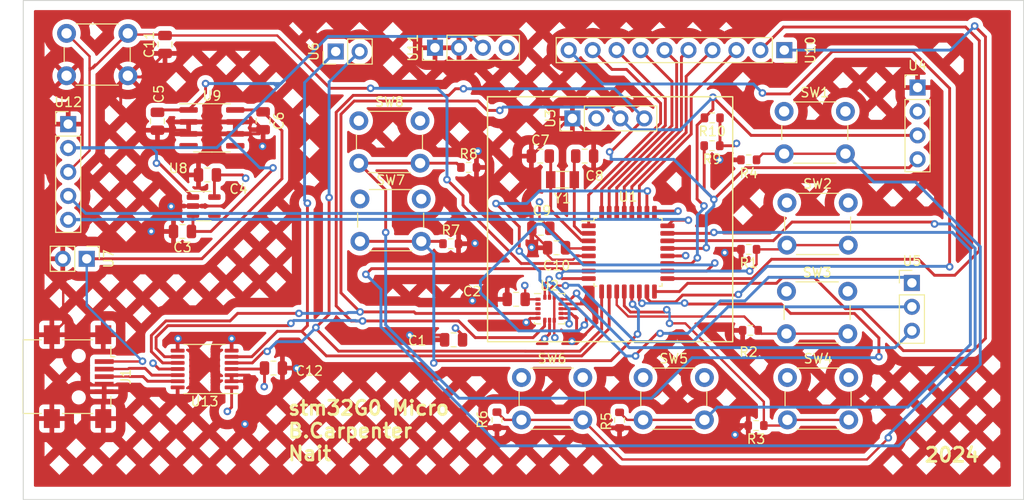
<source format=kicad_pcb>
(kicad_pcb (version 20221018) (generator pcbnew)
  (layers (0 "F.Cu" signal) (1 "In1.Cu" signal) (2 "In2.Cu" signal) (31 "B.Cu" signal) (34 "B.Paste" user) (35 "F.Paste" user) (36 "B.SilkS" user "B.Silkscreen") (37 "F.SilkS" user "F.Silkscreen") (38 "B.Mask" user) (39 "F.Mask" user) (44 "Edge.Cuts" user))
  (net 0 "")
  (net 1 "+3.3V")
  (net 2 "GND")
  (net 3 "VCC")
  (net 4 "Net-(J1-VBUS)")
  (net 5 "Net-(U1-PC15)")
  (net 6 "Net-(U1-PC14)")
  (net 7 "/reset")
  (net 8 "/A1")
  (net 9 "/A2")
  (net 10 "/A3")
  (net 11 "/A0")
  (net 12 "/A4")
  (net 13 "/A5")
  (net 14 "/A6")
  (net 15 "/A7")
  (net 16 "/SDA")
  (net 17 "/SCL")
  (net 18 "Net-(U1-PB9)")
  (net 19 "/TX_UASART2_VCOM")
  (net 20 "/RX_UASART2_VCOM")
  (net 21 "Net-(U1-PB0)")
  (net 22 "Net-(U1-PB1)")
  (net 23 "Net-(U1-PB2)")
  (net 24 "Net-(U1-PA8)")
  (net 25 "SWDIO")
  (net 26 "SWCLK")
  (net 27 "Net-(U1-PA15)")
  (net 28 "Net-(U1-PB3)")
  (net 29 "Net-(U1-PB4)")
  (net 30 "Net-(U1-PB5)")
  (net 31 "Net-(U1-PB6)")
  (net 32 "Net-(U1-PB7)")
  (net 33 "Net-(U1-PB8)")
  (net 36 "Net-(U2-ADC3)")
  (net 37 "Net-(U2-ADC2)")
  (net 38 "Net-(U2-ADC1)")
  (net 42 "Net-(J1-D-)")
  (net 43 "Net-(J1-D+)")
  (footprint "Package_SO:SOIC-8_3.9x4.9mm_P1.27mm" (layer "F.Cu") (at 93.575 88.605)
    (fp_text reference "U9")
    (fp_text value "L78L05_SO8")
  )
  (footprint "Button_Switch_THT:SW_PUSH_6mm" (layer "F.Cu") (at 109.275 96.15)
    (fp_text reference "SW7")
    (fp_text value "SW_DIP_x01")
  )
  (footprint "Capacitor_SMD:C_0805_2012Metric" (layer "F.Cu") (at 100.1 114.1)
    (fp_text reference "C12")
    (fp_text value "0.1uf")
  )
  (footprint "Capacitor_SMD:C_0805_2012Metric" (layer "F.Cu") (at 99 87.85 -90)
    (fp_text reference "C6")
    (fp_text value "3.3uf")
  )
  (footprint "Resistor_SMD:R_0603_1608Metric" (layer "F.Cu") (at 150.5 101.5 180)
    (fp_text reference "R1")
    (fp_text value "10K")
  )
  (footprint "Resistor_SMD:R_0603_1608Metric" (layer "F.Cu") (at 151.275 120.2 180)
    (fp_text reference "R3")
    (fp_text value "10K")
  )
  (footprint "Package_QFP:LQFP-32_7x7mm_P0.8mm" (layer "F.Cu") (at 137.7 101.8)
    (fp_text reference "U1")
    (fp_text value "STM32G031K8Tx")
  )
  (footprint "Connector_PinHeader_2.54mm:PinHeader_1x04_P2.54mm_Vertical" (layer "F.Cu") (at 117.23 80.1 90)
    (fp_text reference "U11")
    (fp_text value "~")
  )
  (footprint "Capacitor_SMD:C_0805_2012Metric" (layer "F.Cu") (at 88.6 79.75 90)
    (fp_text reference "C11")
    (fp_text value "100nf")
  )
  (footprint "Capacitor_SMD:C_0805_2012Metric" (layer "F.Cu") (at 119.2 111.1 180)
    (fp_text reference "C1")
    (fp_text value "0.1Uf")
  )
  (footprint "Connector_PinHeader_2.54mm:PinHeader_1x04_P2.54mm_Vertical" (layer "F.Cu") (at 131.8 87.6 90)
    (fp_text reference "U3")
    (fp_text value "~")
  )
  (footprint "Button_Switch_THT:SW_PUSH_6mm" (layer "F.Cu") (at 109.15 87.85)
    (fp_text reference "SW8")
    (fp_text value "SW_DIP_x01")
  )
  (footprint "Button_Switch_THT:SW_PUSH_6mm" (layer "F.Cu") (at 154.55 96.55)
    (fp_text reference "SW2")
    (fp_text value "SW_DIP_x01")
  )
  (footprint "Package_LGA:LGA-16_3x3mm_P0.5mm_LayoutBorder3x5y" (layer "F.Cu") (at 129.375 107.8)
    (fp_text reference "U2")
    (fp_text value "LIS3DH")
  )
  (footprint "Connector_PinHeader_2.54mm:PinHeader_1x04_P2.54mm_Vertical" (layer "F.Cu") (at 168.4 84.32)
    (fp_text reference "U4")
    (fp_text value "~")
  )
  (footprint "Capacitor_SMD:C_0805_2012Metric" (layer "F.Cu") (at 87.8 87.9 -90)
    (fp_text reference "C5")
    (fp_text value "0.1uf")
  )
  (footprint "Button_Switch_THT:SW_PUSH_6mm" (layer "F.Cu") (at 154.6 115.1)
    (fp_text reference "SW4")
    (fp_text value "SW_DIP_x01")
  )
  (footprint "Package_SO:TSSOP-14_4.4x5mm_P0.65mm" (layer "F.Cu") (at 92.8 114.2 180)
    (fp_text reference "U13")
    (fp_text value "MCP2221AxST")
  )
  (footprint "Resistor_SMD:R_0603_1608Metric" (layer "F.Cu") (at 150.675 110.1 180)
    (fp_text reference "R2")
    (fp_text value "10K")
  )
  (footprint "Connector_PinHeader_2.54mm:PinHeader_1x02_P2.54mm_Vertical" (layer "F.Cu") (at 80.3 102.5 -90)
    (fp_text reference "U7")
    (fp_text value "~")
  )
  (footprint "Resistor_SMD:R_0603_1608Metric" (layer "F.Cu") (at 118.9 100.9)
    (fp_text reference "R7")
    (fp_text value "10K")
  )
  (footprint "Capacitor_SMD:C_0805_2012Metric" (layer "F.Cu") (at 125.84 106.8 180)
    (fp_text reference "C2")
    (fp_text value "10uf")
  )
  (footprint "Connector_USB:USB_Mini-B_Lumberg_2486_01_Horizontal" (layer "F.Cu") (at 79.45 115.01 -90)
    (fp_text reference "J1")
    (fp_text value "USB_B_Mini")
  )
  (footprint "Connector_PinHeader_2.54mm:PinHeader_1x05_P2.54mm_Vertical" (layer "F.Cu") (at 78.335 88.205)
    (fp_text reference "U12")
    (fp_text value "~")
  )
  (footprint "Capacitor_SMD:C_0805_2012Metric" (layer "F.Cu") (at 128.45 99.26)
    (fp_text reference "C9")
    (fp_text value "4.7uf")
  )
  (footprint "Button_Switch_THT:SW_PUSH_6mm" (layer "F.Cu") (at 126.4 115.1)
    (fp_text reference "SW6")
    (fp_text value "SW_DIP_x01")
  )
  (footprint "Resistor_SMD:R_0603_1608Metric" (layer "F.Cu") (at 146.625 87.54 180)
    (fp_text reference "R10")
    (fp_text value "10k")
  )
  (footprint "Crystal:Crystal_SMD_3215-2Pin_3.2x1.5mm" (layer "F.Cu") (at 130.75 94.1 180)
    (fp_text reference "Y1")
    (fp_text value "32Khz LSE")
  )
  (footprint "Button_Switch_THT:SW_PUSH_6mm" (layer "F.Cu") (at 154.5 105.95)
    (fp_text reference "SW3")
    (fp_text value "SW_DIP_x01")
  )
  (footprint "Connector_PinHeader_2.54mm:PinHeader_1x03_P2.54mm_Vertical" (layer "F.Cu") (at 167.8 105.06)
    (fp_text reference "U5")
    (fp_text value "~")
  )
  (footprint "Button_Switch_THT:SW_PUSH_6mm" (layer "F.Cu") (at 78.16 78.57)
    (fp_text reference "SW9" hide)
    (fp_text value "SW_DIP_x01")
  )
  (footprint "Capacitor_SMD:C_0805_2012Metric" (layer "F.Cu") (at 133.1 91.6 180)
    (fp_text reference "C8")
    (fp_text value "10pf")
  )
  (footprint "Connector_PinSocket_2.54mm:PinSocket_1x10_P2.54mm_Vertical" (layer "F.Cu") (at 154.27 80.35 -90)
    (fp_text reference "U10")
    (fp_text value "~")
  )
  (footprint "Package_TO_SOT_SMD:SOT-23-5" (layer "F.Cu") (at 92.7 96.9)
    (fp_text reference "U8")
    (fp_text value "MIC5504-3.3YM5")
  )
  (footprint "Resistor_SMD:R_0603_1608Metric" (layer "F.Cu") (at 123.8 119.6 -90)
    (fp_text reference "R6")
    (fp_text value "10K")
  )
  (footprint "Resistor_SMD:R_0603_1608Metric" (layer "F.Cu") (at 136.8 119.625 -90)
    (fp_text reference "R5")
    (fp_text value "10K")
  )
  (footprint "Resistor_SMD:R_0603_1608Metric" (layer "F.Cu") (at 120.8 92.8)
    (fp_text reference "R8")
    (fp_text value "10K")
  )
  (footprint "Capacitor_SMD:C_0805_2012Metric" (layer "F.Cu") (at 128.4 91.6)
    (fp_text reference "C7")
    (fp_text value "10pf")
  )
  (footprint "Button_Switch_THT:SW_PUSH_6mm" (layer "F.Cu") (at 154.25 86.85)
    (fp_text reference "SW1")
    (fp_text value "SW_DIP_x01")
  )
  (footprint "Resistor_SMD:R_0603_1608Metric" (layer "F.Cu") (at 150.5 92 180)
    (fp_text reference "R4")
    (fp_text value "10K")
  )
  (footprint "Capacitor_SMD:C_0805_2012Metric" (layer "F.Cu") (at 93.1 93.6 180)
    (fp_text reference "C4")
    (fp_text value "1uf")
  )
  (footprint "Resistor_SMD:R_0603_1608Metric" (layer "F.Cu") (at 146.6 90.5 180)
    (fp_text reference "R9")
    (fp_text value "10k")
  )
  (footprint "Button_Switch_THT:SW_PUSH_6mm" (layer "F.Cu") (at 139.3 115.1)
    (fp_text reference "SW5")
    (fp_text value "SW_DIP_x01")
  )
  (footprint "Capacitor_SMD:C_0805_2012Metric" (layer "F.Cu") (at 130.12 101.33)
    (fp_text reference "C10")
    (fp_text value "100nf")
  )
  (footprint "Connector_PinHeader_2.54mm:PinHeader_1x02_P2.54mm_Vertical" (layer "F.Cu") (at 106.7 80.5 90)
    (fp_text reference "U6")
    (fp_text value "~")
  )
  (footprint "Capacitor_SMD:C_0805_2012Metric" (layer "F.Cu") (at 90.45 99.6 180)
    (fp_text reference "C3")
    (fp_text value "1uf")
  )
  (gr_rect (start 122.8 85.3) (end 148.8 111.3) (stroke (width 0.15)) (fill none) (layer "F.SilkS"))
  (gr_rect (start 73.57 75.08) (end 179.65 128.06) (stroke (width 0.1)) (fill none) (layer "Edge.Cuts"))
  (gr_text "2024\n" (at 169 124.2) (layer "F.SilkS") (effects (font (size 1.5 1.5) (thickness 0.3) bold) (justify left bottom)))
  (gr_text "stm32G0 Micro\nB.Carpenter\nNait\n" (at 101.5 124.05) (layer "F.SilkS") (effects (font (size 1.5 1.5) (thickness 0.3) bold) (justify left bottom)))
  (segment (start 147.425 90.5) (end 148.95 90.5) (width 0.3048) (layer "F.Cu") (net 1))
  (segment (start 126.79 106.8) (end 126.79 105.37) (width 0.25) (layer "F.Cu") (net 1))
  (segment (start 93.8375 93.8125) (end 94.05 93.6) (width 0.3048) (layer "F.Cu") (net 1))
  (segment (start 133.525 101.4) (end 131.14 101.4) (width 0.25) (layer "F.Cu") (net 1))
  (segment (start 129.875 110.815) (end 129.94 110.88) (width 0.25) (layer "F.Cu") (net 1))
  (segment (start 147.45 90.475) (end 147.425 90.5) (width 0.3048) (layer "F.Cu") (net 1))
  (segment (start 131.14 101.4) (end 131.07 101.33) (width 0.25) (layer "F.Cu") (net 1))
  (segment (start 95.6625 116.15) (end 95.6625 118.2475) (width 0.3048) (layer "F.Cu") (net 1))
  (segment (start 95.6625 118.2475) (end 95.21 118.7) (width 0.3048) (layer "F.Cu") (net 1))
  (segment (start 99.05 114.2) (end 99.15 114.1) (width 0.3048) (layer "F.Cu") (net 1))
  (segment (start 147.45 87.54) (end 147.45 90.475) (width 0.3048) (layer "F.Cu") (net 1))
  (segment (start 95.6625 114.2) (end 99.05 114.2) (width 0.3048) (layer "F.Cu") (net 1))
  (segment (start 120.15 111.1) (end 120.15 110.6019) (width 0.3048) (layer "F.Cu") (net 1))
  (segment (start 94.05 93.6) (end 96.8 93.6) (width 0.3048) (layer "F.Cu") (net 1))
  (segment (start 129.4 99.26) (end 131.07 100.93) (width 0.25) (layer "F.Cu") (net 1))
  (segment (start 128.31 98.17) (end 128.31 96.46) (width 0.25) (layer "F.Cu") (net 1))
  (segment (start 96.8 93.6) (end 97.15 93.95) (width 0.3048) (layer "F.Cu") (net 1))
  (segment (start 120.15 110.6019) (end 119.4 109.8519) (width 0.3048) (layer "F.Cu") (net 1))
  (segment (start 148.95 90.5) (end 149.2 90.25) (width 0.3048) (layer "F.Cu") (net 1))
  (segment (start 129.4 99.26) (end 128.31 98.17) (width 0.25) (layer "F.Cu") (net 1))
  (segment (start 89.9375 114.2) (end 87.95 114.2) (width 0.3048) (layer "F.Cu") (net 1))
  (segment (start 93.8375 95.95) (end 93.8375 93.8125) (width 0.3048) (layer "F.Cu") (net 1))
  (segment (start 128.15 106.8) (end 126.79 106.8) (width 0.25) (layer "F.Cu") (net 1))
  (segment (start 129.875 109.025) (end 129.875 110.815) (width 0.25) (layer "F.Cu") (net 1))
  (segment (start 129.875 106.575) (end 129.875 109.025) (width 0.25) (layer "F.Cu") (net 1))
  (segment (start 99.15 116.04) (end 99.12 116.07) (width 0.3048) (layer "F.Cu") (net 1))
  (segment (start 99.15 114.1) (end 99.15 116.04) (width 0.3048) (layer "F.Cu") (net 1))
  (segment (start 126.79 105.37) (end 126.75 105.33) (width 0.25) (layer "F.Cu") (net 1))
  (segment (start 87.95 114.2) (end 87.33 113.58) (width 0.3048) (layer "F.Cu") (net 1))
  (segment (start 131.07 100.93) (end 131.07 101.33) (width 0.25) (layer "F.Cu") (net 1))
  (via (at 97.15 93.95) (size 0.8) (drill 0.4) (layers "F.Cu" "B.Cu") (net 1))
  (via (at 149.2 90.25) (size 0.8) (drill 0.4) (layers "F.Cu" "B.Cu") (net 1))
  (via (at 129.94 110.88) (size 0.8) (drill 0.4) (layers "F.Cu" "B.Cu") (net 1))
  (via (at 99.12 116.07) (size 0.8) (drill 0.4) (layers "F.Cu" "B.Cu") (net 1))
  (via (at 126.75 105.33) (size 0.8) (drill 0.4) (layers "F.Cu" "B.Cu") (net 1))
  (via (at 128.31 96.46) (size 0.8) (drill 0.4) (layers "F.Cu" "B.Cu") (net 1))
  (via (at 87.33 113.58) (size 0.8) (drill 0.4) (layers "F.Cu" "B.Cu") (net 1))
  (via (at 95.21 118.7) (size 0.8) (drill 0.4) (layers "F.Cu" "B.Cu") (net 1))
  (via (at 119.4 109.8519) (size 0.8) (drill 0.4) (layers "F.Cu" "B.Cu") (net 1))
  (segment (start 130.6 107.3) (end 131.1552 107.3) (width 0.25) (layer "F.Cu") (net 2))
  (segment (start 99 90.5) (end 98.94 90.56) (width 0.3048) (layer "F.Cu") (net 2))
  (segment (start 149.675 92) (end 147.414055 92) (width 0.3048) (layer "F.Cu") (net 2))
  (segment (start 143.81 102.16) (end 143.77 102.2) (width 0.3048) (layer "F.Cu") (net 2))
  (segment (start 131.45 87.6) (end 131.8 87.6) (width 0.3048) (layer "F.Cu") (net 2))
  (segment (start 121.42 100.9) (end 121.47 100.85) (width 0.25) (layer "F.Cu") (net 2))
  (segment (start 95.67 110.97) (end 95.6625 110.9775) (width 0.3048) (layer "F.Cu") (net 2))
  (segment (start 130.6 108.3) (end 130.999538 108.3) (width 0.25) (layer "F.Cu") (net 2))
  (segment (start 132.2656 102.2) (end 131.87 102.5956) (width 0.25) (layer "F.Cu") (net 2))
  (segment (start 131.75 111.25) (end 132.414055 111.25) (width 0.3048) (layer "F.Cu") (net 2))
  (segment (start 127.3226 108.8274) (end 128.15 108.8274) (width 0.3048) (layer "F.Cu") (net 2))
  (segment (start 97.6548 115.5) (end 95.6625 115.5) (width 0.3048) (layer "F.Cu") (net 2))
  (segment (start 77.805 109.06) (end 77.805 109.355) (width 0.25) (layer "F.Cu") (net 2))
  (segment (start 97.6548 115.5) (end 97.07 116.0848) (width 0.3048) (layer "F.Cu") (net 2))
  (segment (start 129.17 101.33) (end 127.5 99.66) (width 0.25) (layer "F.Cu") (net 2))
  (segment (start 118.25 111.1) (end 117.75 110.6) (width 0.3048) (layer "F.Cu") (net 2))
  (segment (start 132.243426 108.893426) (end 131.6548 108.3048) (width 0.3048) (layer "F.Cu") (net 2))
  (segment (start 124.89 106.8) (end 121.35 106.8) (width 0.25) (layer "F.Cu") (net 2))
  (segment (start 121.35 106.8) (end 121.2 106.95) (width 0.25) (layer "F.Cu") (net 2))
  (segment (start 97.8048 115.140905) (end 97.8048 115.35) (width 0.3048) (layer "F.Cu") (net 2))
  (segment (start 102.54 114.1) (end 102.56 114.12) (width 0.25) (layer "F.Cu") (net 2))
  (segment (start 131.16 107.2952) (end 131.004338 107.2952) (width 0.3048) (layer "F.Cu") (net 2))
  (segment (start 134.3952 109.268855) (end 134.3952 107.5952) (width 0.3048) (layer "F.Cu") (net 2))
  (segment (start 89.29 96.9) (end 91.5625 96.9) (width 0.25) (layer "F.Cu") (net 2))
  (segment (start 129.67 102.5956) (end 129.17 102.0956) (width 0.25) (layer "F.Cu") (net 2))
  (segment (start 127.45 91.6) (end 131.45 87.6) (width 0.3048) (layer "F.Cu") (net 2))
  (segment (start 98.56 89.24) (end 99 88.8) (width 0.3048) (layer "F.Cu") (net 2))
  (segment (start 90.71 88.85) (end 91.1 89.24) (width 0.3048) (layer "F.Cu") (net 2))
  (segment (start 87.15 99.6) (end 87.14 99.59) (width 0.25) (layer "F.Cu") (net 2))
  (segment (start 121.625 92.8) (end 121.625 91.225) (width 0.25) (layer "F.Cu") (net 2))
  (segment (start 96.76 114.8452) (end 97.509095 114.8452) (width 0.3048) (layer "F.Cu") (net 2))
  (segment (start 119.725 100.9) (end 121.42 100.9) (width 0.25) (layer "F.Cu") (net 2))
  (segment (start 87.8 88.85) (end 86.15 88.85) (width 0.3048) (layer "F.Cu") (net 2))
  (segment (start 89.9375 112.25) (end 89.9375 111.0125) (width 0.25) (layer "F.Cu") (net 2))
  (segment (start 77.805 102.545) (end 77.76 102.5) (width 0.25) (layer "F.Cu") (net 2))
  (segment (start 134.05 89.85) (end 131.8 87.6) (width 0.3048) (layer "F.Cu") (net 2))
  (segment (start 127.5 99.66) (end 127.5 99.26) (width 0.25) (layer "F.Cu") (net 2))
  (segment (start 128.85 111) (end 129.375 110.475) (width 0.3048) (layer "F.Cu") (net 2))
  (segment (start 132.243426 110.756574) (end 132.243426 108.893426) (width 0.3048) (layer "F.Cu") (net 2))
  (segment (start 86.1 83.2) (end 88.6 80.7) (width 0.3048) (layer "F.Cu") (net 2))
  (segment (start 77.805 109.06) (end 77.805 102.545) (width 0.25) (layer "F.Cu") (net 2))
  (segment (start 89.25 96.94) (end 89.29 96.9) (width 0.25) (layer "F.Cu") (net 2))
  (segment (start 77.805 109.355) (end 76.6 110.56) (width 0.25) (layer "F.Cu") (net 2))
  (segment (start 131.87 102.5956) (end 129.67 102.5956) (width 0.25) (layer "F.Cu") (net 2))
  (segment (start 148.3 101.5) (end 147.95 101.85) (width 0.3048) (layer "F.Cu") (net 2))
  (segment (start 129.375 110.475) (end 129.375 109.424538) (width 0.3048) (layer "F.Cu") (net 2))
  (segment (start 96.05 87.97) (end 96.05 89.24) (width 0.3048) (layer "F.Cu") (net 2))
  (segment (start 96.05 87.97) (end 98.17 87.97) (width 0.3048) (layer "F.Cu") (net 2))
  (segment (start 117.75 110.6) (end 114.55 110.6) (width 0.3048) (layer "F.Cu") (net 2))
  (segment (start 91.1 87.97) (end 91.1 89.24) (width 0.3048) (layer "F.Cu") (net 2))
  (segment (start 131.75 111.25) (end 132.243426 110.756574) (width 0.3048) (layer "F.Cu") (net 2))
  (segment (start 127.5 99.26) (end 127.5 101.26) (width 0.25) (layer "F.Cu") (net 2))
  (segment (start 149.675 101.5) (end 148.3 101.5) (width 0.3048) (layer "F.Cu") (net 2))
  (segment (start 130.999538 108.3) (end 131.004338 108.3048) (width 0.25) (layer "F.Cu") (net 2))
  (segment (start 89.9375 111.0125) (end 89.98 110.97) (width 0.25) (layer "F.Cu") (net 2))
  (segment (start 134.3952 107.5952) (end 134.0952 107.2952) (width 0.3048) (layer "F.Cu") (net 2))
  (segment (start 133.525 102.2) (end 132.2656 102.2) (width 0.25) (layer "F.Cu") (net 2))
  (segment (start 95.6625 114.85) (end 96.7552 114.85) (width 0.3048) (layer "F.Cu") (net 2))
  (segment (start 101.05 114.1) (end 102.54 114.1) (width 0.25) (layer "F.Cu") (net 2))
  (segment (start 134.0952 107.2952) (end 131.16 107.2952) (width 0.3048) (layer "F.Cu") (net 2))
  (segment (start 150.02 120.2) (end 149.04 121.18) (width 0.25) (layer "F.Cu") (net 2))
  (segment (start 83.9 86.6) (end 83.9 83.2) (width 0.3048) (layer "F.Cu") (net 2))
  (segment (start 129.17 102.0956) (end 129.17 101.33) (width 0.25) (layer "F.Cu") (net 2))
  (segment (start 89.5 99.6) (end 87.15 99.6) (width 0.25) (layer "F.Cu") (net 2))
  (segment (start 131.1552 107.3) (end 131.16 107.2952) (width 0.25) (layer "F.Cu") (net 2))
  (segment (start 121.625 91.225) (end 121.79 91.06) (width 0.25) (layer "F.Cu") (net 2))
  (segment (start 87.8 88.85) (end 90.71 88.85) (width 0.3048) (layer "F.Cu") (net 2))
  (segment (start 97.07 116.0848) (end 97.07 120.04) (width 0.3048) (layer "F.Cu") (net 2))
  (segment (start 143.77 102.2) (end 141.875 102.2) (width 0.3048) (layer "F.Cu") (net 2))
  (segment (start 132.414055 111.25) (end 134.3952 109.268855) (width 0.3048) (layer "F.Cu") (net 2))
  (segment (start 97.8048 115.35) (end 97.6548 115.5) (width 0.3048) (layer "F.Cu") (net 2))
  (segment (start 150.45 120.2) (end 150.02 120.2) (width 0.25) (layer "F.Cu") (net 2))
  (segment (start 86.15 88.85) (end 83.9 86.6) (width 0.3048) (layer "F.Cu") (net 2))
  (segment (start 96.05 89.24) (end 98.56 89.24) (width 0.3048) (layer "F.Cu") (net 2))
  (segment (start 126.9 109.25) (end 127.3226 108.8274) (width 0.3048) (layer "F.Cu") (net 2))
  (segment (start 95.6625 110.9775) (end 95.6625 112.25) (width 0.3048) (layer "F.Cu") (net 2))
  (segment (start 98.17 87.97) (end 99 88.8) (width 0.3048) (layer "F.Cu") (net 2))
  (segment (start 129.375 109.025) (end 129.375 109.424538) (width 0.25) (layer "F.Cu") (net 2))
  (segment (start 127.5 101.26) (end 127.47 101.29) (width 0.25) (layer "F.Cu") (net 2))
  (segment (start 83.9 83.2) (end 86.1 83.2) (width 0.3048) (layer "F.Cu") (net 2))
  (segment (start 96.7552 114.85) (end 96.76 114.8452) (width 0.3048) (layer "F.Cu") (net 2))
  (segment (start 131.6548 108.3048) (end 131.004338 108.3048) (width 0.3048) (layer "F.Cu") (net 2))
  (segment (start 97.509095 114.8452) (end 97.8048 115.140905) (width 0.3048) (layer "F.Cu") (net 2))
  (segment (start 99 88.8) (end 99 90.5) (width 0.3048) (layer "F.Cu") (net 2))
  (segment (start 134.05 91.6) (end 134.05 89.85) (width 0.3048) (layer "F.Cu") (net 2))
  (via (at 114.55 110.6) (size 0.8) (drill 0.4) (layers "F.Cu" "B.Cu") (net 2))
  (via (at 121.47 100.85) (size 0.8) (drill 0.4) (layers "F.Cu" "B.Cu") (net 2))
  (via (at 131.75 111.25) (size 0.8) (drill 0.4) (layers "F.Cu" "B.Cu") (net 2))
  (via (at 147.95 101.85) (size 0.8) (drill 0.4) (layers "F.Cu" "B.Cu") (net 2))
  (via (at 128.85 111) (size 0.8) (drill 0.4) (layers "F.Cu" "B.Cu") (net 2))
  (via (at 102.56 114.12) (size 0.8) (drill 0.4) (layers "F.Cu" "B.Cu") (net 2))
  (via (at 87.14 99.59) (size 0.8) (drill 0.4) (layers "F.Cu" "B.Cu") (net 2))
  (via (at 149.04 121.18) (size 0.8) (drill 0.4) (layers "F.Cu" "B.Cu") (net 2))
  (via (at 147.414055 92) (size 0.8) (drill 0.4) (layers "F.Cu" "B.Cu") (net 2))
  (via (at 95.67 110.97) (size 0.8) (drill 0.4) (layers "F.Cu" "B.Cu") (net 2))
  (via (at 127.47 101.29) (size 0.8) (drill 0.4) (layers "F.Cu" "B.Cu") (net 2))
  (via (at 121.79 91.06) (size 0.8) (drill 0.4) (layers "F.Cu" "B.Cu") (net 2))
  (via (at 89.25 96.94) (size 0.8) (drill 0.4) (layers "F.Cu" "B.Cu") (net 2))
  (via (at 89.98 110.97) (size 0.8) (drill 0.4) (layers "F.Cu" "B.Cu") (net 2))
  (via (at 126.9 109.25) (size 0.8) (drill 0.4) (layers "F.Cu" "B.Cu") (net 2))
  (via (at 121.2 106.95) (size 0.8) (drill 0.4) (layers "F.Cu" "B.Cu") (net 2))
  (via (at 97.07 120.04) (size 0.8) (drill 0.4) (layers "F.Cu" "B.Cu") (net 2))
  (via (at 143.81 102.16) (size 0.8) (drill 0.4) (layers "F.Cu" "B.Cu") (net 2))
  (via (at 98.94 90.56) (size 0.8) (drill 0.4) (layers "F.Cu" "B.Cu") (net 2))
  (segment (start 91.5625 99.4375) (end 91.4 99.6) (width 0.3048) (layer "F.Cu") (net 3))
  (segment (start 88.05 86.7) (end 87.8 86.95) (width 0.3048) (layer "F.Cu") (net 3))
  (segment (start 100.05 93.014658) (end 100.05 92.85) (width 0.3048) (layer "F.Cu") (net 3))
  (segment (start 93.464658 99.6) (end 100.05 93.014658) (width 0.3048) (layer "F.Cu") (net 3))
  (segment (start 91.1 86.7) (end 88.05 86.7) (width 0.3048) (layer "F.Cu") (net 3))
  (segment (start 91.5625 95.95) (end 87.9625 92.35) (width 0.3048) (layer "F.Cu") (net 3))
  (segment (start 87.9625 92.35) (end 87.7 92.35) (width 0.3048) (layer "F.Cu") (net 3))
  (segment (start 91.4 99.6) (end 93.464658 99.6) (width 0.3048) (layer "F.Cu") (net 3))
  (segment (start 92.9 84.9) (end 92.9 83.9) (width 0.3048) (layer "F.Cu") (net 3))
  (segment (start 91.1 86.7) (end 92.9 84.9) (width 0.3048) (layer "F.Cu") (net 3))
  (segment (start 91.5625 97.85) (end 91.5625 99.4375) (width 0.3048) (layer "F.Cu") (net 3))
  (via (at 87.7 92.35) (size 0.8) (drill 0.4) (layers "F.Cu" "B.Cu") (net 3))
  (via (at 92.9 83.9) (size 0.8) (drill 0.4) (layers "F.Cu" "B.Cu") (net 3))
  (via (at 100.05 92.85) (size 0.8) (drill 0.4) (layers "F.Cu" "B.Cu") (net 3))
  (segment (start 77.6 90.7) (end 81.8 90.7) (width 0.3048) (layer "B.Cu") (net 3))
  (segment (start 99.78 83.9) (end 100.15 83.9) (width 0.3048) (layer "B.Cu") (net 3))
  (segment (start 100.05 92.85) (end 98.65 92.85) (width 0.3048) (layer "B.Cu") (net 3))
  (segment (start 87.7 92.35) (end 87.7 91.2) (width 0.3048) (layer "B.Cu") (net 3))
  (segment (start 94.0952 90.7) (end 95.2976 89.4976) (width 0.3048) (layer "B.Cu") (net 3))
  (segment (start 87.7 91.2) (end 87.2 90.7) (width 0.3048) (layer "B.Cu") (net 3))
  (segment (start 87.2 90.7) (end 94.0952 90.7) (width 0.3048) (layer "B.Cu") (net 3))
  (segment (start 100.15 83.9) (end 100.5226 84.2726) (width 0.3048) (layer "B.Cu") (net 3))
  (segment (start 81.8 90.7) (end 81.755 90.745) (width 0.3048) (layer "B.Cu") (net 3))
  (segment (start 101.1226 83.6726) (end 105.8976 78.8976) (width 0.3048) (layer "B.Cu") (net 3))
  (segment (start 121.1076 78.8976) (end 122.31 80.1) (width 0.3048) (layer "B.Cu") (net 3))
  (segment (start 81.8 90.7) (end 87.2 90.7) (width 0.3048) (layer "B.Cu") (net 3))
  (segment (start 95.2976 89.4976) (end 100.5226 84.2726) (width 0.3048) (layer "B.Cu") (net 3))
  (segment (start 105.8976 78.8976) (end 121.1076 78.8976) (width 0.3048) (layer "B.Cu") (net 3))
  (segment (start 81.755 90.745) (end 78.335 90.745) (width 0.3048) (layer "B.Cu") (net 3))
  (segment (start 98.65 92.85) (end 95.2976 89.4976) (width 0.3048) (layer "B.Cu") (net 3))
  (segment (start 99.78 83.9) (end 100.8952 83.9) (width 0.3048) (layer "B.Cu") (net 3))
  (segment (start 100.5226 84.2726) (end 101.1226 83.6726) (width 0.3048) (layer "B.Cu") (net 3))
  (segment (start 100.8952 83.9) (end 101.1226 83.6726) (width 0.3048) (layer "B.Cu") (net 3))
  (segment (start 92.9 83.9) (end 99.78 83.9) (width 0.3048) (layer "B.Cu") (net 3))
  (segment (start 80.3 102.5) (end 92.5 102.5) (width 0.3048) (layer "F.Cu") (net 4))
  (segment (start 98.8 86.7) (end 99 86.9) (width 0.3048) (layer "F.Cu") (net 4))
  (segment (start 86.21 113.37) (end 86.18 113.4) (width 0.25) (layer "F.Cu") (net 4))
  (segment (start 101 88.9) (end 99 86.9) (width 0.3048) (layer "F.Cu") (net 4))
  (segment (start 101 94) (end 101 88.9) (width 0.3048) (layer "F.Cu") (net 4))
  (segment (start 86.18 113.4) (end 82.16 113.4) (width 0.25) (layer "F.Cu") (net 4))
  (segment (start 92.5 102.5) (end 101 94) (width 0.3048) (layer "F.Cu") (net 4))
  (segment (start 82.16 113.4) (end 82.15 113.41) (width 0.25) (layer "F.Cu") (net 4))
  (segment (start 96.05 86.7) (end 98.8 86.7) (width 0.3048) (layer "F.Cu") (net 4))
  (via (at 86.21 113.37) (size 0.8) (drill 0.4) (layers "F.Cu" "B.Cu") (net 4))
  (segment (start 86.21 113.37) (end 80.3 107.46) (width 0.25) (layer "B.Cu") (net 4))
  (segment (start 80.3 107.46) (end 80.3 102.5) (width 0.25) (layer "B.Cu") (net 4))
  (segment (start 129.5 97.324999) (end 132.775001 100.6) (width 0.3048) (layer "F.Cu") (net 5))
  (segment (start 132.775001 100.6) (end 133.525 100.6) (width 0.3048) (layer "F.Cu") (net 5))
  (segment (start 129.5 94.1) (end 129.5 91.75) (width 0.3048) (layer "F.Cu") (net 5))
  (segment (start 129.5 91.75) (end 129.35 91.6) (width 0.3048) (layer "F.Cu") (net 5))
  (segment (start 129.5 94.1) (end 129.5 97.324999) (width 0.3048) (layer "F.Cu") (net 5))
  (segment (start 132 94.1) (end 132 99.024999) (width 0.3048) (layer "F.Cu") (net 6))
  (segment (start 132 94.1) (end 132 91.75) (width 0.3048) (layer "F.Cu") (net 6))
  (segment (start 132 91.75) (end 132.15 91.6) (width 0.3048) (layer "F.Cu") (net 6))
  (segment (start 132.775001 99.8) (end 133.525 99.8) (width 0.3048) (layer "F.Cu") (net 6))
  (segment (start 132 99.024999) (end 132.775001 99.8) (width 0.3048) (layer "F.Cu") (net 6))
  (segment (start 81.33 81.9) (end 84.66 78.57) (width 0.25) (layer "F.Cu") (net 7))
  (segment (start 80.6 82.27) (end 80.6 81.01) (width 0.25) (layer "F.Cu") (net 7))
  (segment (start 80.6 82.27) (end 80.96 82.27) (width 0.25) (layer "F.Cu") (net 7))
  (segment (start 110.4 84.4) (end 106.1 84.4) (width 0.3048) (layer "F.Cu") (net 7))
  (segment (start 106.1 84.4) (end 104.4 82.7) (width 0.3048) (layer "F.Cu") (net 7))
  (segment (start 120.2 95.8) (end 118.5 94.1) (width 0.3048) (layer "F.Cu") (net 7))
  (segment (start 80.6 82.49) (end 80.6 82.27) (width 0.25) (layer "F.Cu") (net 7))
  (segment (start 120.3 96.9) (end 120.2 96.8) (width 0.3048) (layer "F.Cu") (net 7))
  (segment (start 80.6 81.01) (end 78.16 78.57) (width 0.25) (layer "F.Cu") (net 7))
  (segment (start 80.6 82.49) (end 80.6 91.02) (width 0.25) (layer "F.Cu") (net 7))
  (segment (start 81.19 81.9) (end 81.33 81.9) (width 0.25) (layer "F.Cu") (net 7))
  (segment (start 88.6 78.8) (end 100.5 78.8) (width 0.25) (layer "F.Cu") (net 7))
  (segment (start 83.9 78.7) (end 88.5 78.7) (width 0.25) (layer "F.Cu") (net 7))
  (segment (start 80.96 82.27) (end 84.66 78.57) (width 0.25) (layer "F.Cu") (net 7))
  (segment (start 126.37202 103) (end 120.3 96.92798) (width 0.3048) (layer "F.Cu") (net 7))
  (segment (start 120.3 96.92798) (end 120.3 96.9) (width 0.3048) (layer "F.Cu") (net 7))
  (segment (start 100.5 78.8) (end 104.4 82.7) (width 0.25) (layer "F.Cu") (net 7))
  (segment (start 80.6 82.49) (end 81.19 81.9) (width 0.25) (layer "F.Cu") (net 7))
  (segment (start 88.5 78.7) (end 88.6 78.8) (width 0.25) (layer "F.Cu") (net 7))
  (segment (start 133.525 103) (end 126.37202 103) (width 0.3048) (layer "F.Cu") (net 7))
  (segment (start 120.2 96.8) (end 120.2 95.8) (width 0.3048) (layer "F.Cu") (net 7))
  (segment (start 80.6 91.02) (end 78.335 93.285) (width 0.25) (layer "F.Cu") (net 7))
  (via (at 110.4 84.4) (size 0.8) (drill 0.4) (layers "F.Cu" "B.Cu") (net 7))
  (via (at 118.5 94.1) (size 0.8) (drill 0.4) (layers "F.Cu" "B.Cu") (net 7))
  (segment (start 117.5 84.4) (end 118.5 85.4) (width 0.3048) (layer "B.Cu") (net 7))
  (segment (start 118.5 94.1) (end 118.5 85.4) (width 0.3048) (layer "B.Cu") (net 7))
  (segment (start 117.5 84.4) (end 110.4 84.4) (width 0.3048) (layer "B.Cu") (net 7))
  (segment (start 161.05 101.05) (end 154.55 101.05) (width 0.25) (layer "F.Cu") (net 8))
  (segment (start 151.325 101.5) (end 151.325 103.075) (width 0.25) (layer "F.Cu") (net 8))
  (segment (start 154.55 101.05) (end 154.55 100.95) (width 0.25) (layer "F.Cu") (net 8))
  (segment (start 130.4 104.3) (end 130.7 104.6) (width 0.3048) (layer "F.Cu") (net 8))
  (segment (start 154.55 100.95) (end 154 101.5) (width 0.25) (layer "F.Cu") (net 8))
  (segment (start 130.7 104.6) (end 133.525 104.6) (width 0.3048) (layer "F.Cu") (net 8))
  (segment (start 151.325 103.075) (end 150.6 103.8) (width 0.25) (layer "F.Cu") (net 8))
  (segment (start 154 101.5) (end 151.325 101.5) (width 0.25) (layer "F.Cu") (net 8))
  (via (at 150.6 103.8) (size 0.8) (drill 0.4) (layers "F.Cu" "B.Cu") (net 8))
  (via (at 130.4 104.3) (size 0.8) (drill 0.4) (layers "F.Cu" "B.Cu") (net 8))
  (segment (start 150.6 103.8) (end 130.9 103.8) (width 0.3048) (layer "B.Cu") (net 8))
  (segment (start 130.9 103.8) (end 130.4 104.3) (width 0.3048) (layer "B.Cu") (net 8))
  (segment (start 150.0297 108.6297) (end 151.5 110.1) (width 0.25) (layer "F.Cu") (net 9))
  (segment (start 137.7297 108.6297) (end 150.0297 108.6297) (width 0.25) (layer "F.Cu") (net 9))
  (segment (start 161 110.45) (end 154.5 110.45) (width 0.25) (layer "F.Cu") (net 9))
  (segment (start 154.5 110.45) (end 151.85 110.45) (width 0.25) (layer "F.Cu") (net 9))
  (segment (start 151.85 110.45) (end 151.5 110.1) (width 0.25) (layer "F.Cu") (net 9))
  (segment (start 136.5 105.975) (end 136.5 107.4) (width 0.25) (layer "F.Cu") (net 9))
  (segment (start 136.5 107.4) (end 137.7297 108.6297) (width 0.25) (layer "F.Cu") (net 9))
  (segment (start 152.1 120.2) (end 154 120.2) (width 0.25) (layer "F.Cu") (net 10))
  (segment (start 137.3 107.5) (end 137.3 105.975) (width 0.3048) (layer "F.Cu") (net 10))
  (segment (start 154.6 119.6) (end 161.1 119.6) (width 0.25) (layer "F.Cu") (net 10))
  (segment (start 137.9523 108.1523) (end 137.3 107.5) (width 0.3048) (layer "F.Cu") (net 10))
  (segment (start 141.5529 108.1523) (end 137.9523 108.1523) (width 0.3048) (layer "F.Cu") (net 10))
  (segment (start 142.1 109.3547) (end 143.7745 109.3547) (width 0.25) (layer "F.Cu") (net 10))
  (segment (start 143.7745 109.3547) (end 152.1 117.6802) (width 0.25) (layer "F.Cu") (net 10))
  (segment (start 154 120.2) (end 154.6 119.6) (width 0.25) (layer "F.Cu") (net 10))
  (segment (start 141.8 107.9052) (end 141.5529 108.1523) (width 0.3048) (layer "F.Cu") (net 10))
  (segment (start 152.1 117.6802) (end 152.1 120.2) (width 0.25) (layer "F.Cu") (net 10))
  (via (at 141.8 107.9052) (size 0.8) (drill 0.4) (layers "F.Cu" "B.Cu") (net 10))
  (via (at 142.1 109.3547) (size 0.8) (drill 0.4) (layers "F.Cu" "B.Cu") (net 10))
  (segment (start 142.1 109.3547) (end 142.1 108.2052) (width 0.25) (layer "B.Cu") (net 10))
  (segment (start 142.1 108.2052) (end 141.8 107.9052) (width 0.25) (layer "B.Cu") (net 10))
  (segment (start 130.711655 103.5476) (end 110.5024 103.5476) (width 0.3048) (layer "F.Cu") (net 11))
  (segment (start 130.964055 103.8) (end 130.711655 103.5476) (width 0.3048) (layer "F.Cu") (net 11))
  (segment (start 151.975 91.35) (end 151.325 92) (width 0.25) (layer "F.Cu") (net 11))
  (segment (start 110.5024 103.5476) (end 109.9 104.15) (width 0.3048) (layer "F.Cu") (net 11))
  (segment (start 133.525 103.8) (end 130.964055 103.8) (width 0.3048) (layer "F.Cu") (net 11))
  (segment (start 160.75 91.35) (end 154.25 91.35) (width 0.25) (layer "F.Cu") (net 11))
  (segment (start 154.25 91.35) (end 151.975 91.35) (width 0.25) (layer "F.Cu") (net 11))
  (via (at 109.9 104.15) (size 0.8) (drill 0.4) (layers "F.Cu" "B.Cu") (net 11))
  (segment (start 111.4952 105.7452) (end 111.4952 109.734651) (width 0.3048) (layer "B.Cu") (net 11))
  (segment (start 124.110549 122.35) (end 166.4 122.35) (width 0.3048) (layer "B.Cu") (net 11))
  (segment (start 109.9 104.15) (end 111.4952 105.7452) (width 0.3048) (layer "B.Cu") (net 11))
  (segment (start 166.4 122.35) (end 175.05 113.7) (width 0.3048) (layer "B.Cu") (net 11))
  (segment (start 111.4952 109.734651) (end 124.110549 122.35) (width 0.3048) (layer "B.Cu") (net 11))
  (segment (start 175.05 101.222209) (end 168.177791 94.35) (width 0.3048) (layer "B.Cu") (net 11))
  (segment (start 168.177791 94.35) (end 163.75 94.35) (width 0.3048) (layer "B.Cu") (net 11))
  (segment (start 163.75 94.35) (end 160.75 91.35) (width 0.3048) (layer "B.Cu") (net 11))
  (segment (start 175.05 113.7) (end 175.05 101.222209) (width 0.3048) (layer "B.Cu") (net 11))
  (segment (start 139.3 119.6) (end 137.6 119.6) (width 0.25) (layer "F.Cu") (net 12))
  (segment (start 145.6 119.6) (end 145.3 119.9) (width 0.25) (layer "F.Cu") (net 12))
  (segment (start 145.8 119.6) (end 145.6 119.6) (width 0.25) (layer "F.Cu") (net 12))
  (segment (start 146.7 99.8) (end 141.875 99.8) (width 0.3048) (layer "F.Cu") (net 12))
  (segment (start 145 119.6) (end 139.3 119.6) (width 0.25) (layer "F.Cu") (net 12))
  (segment (start 145.3 119.9) (end 145 119.6) (width 0.25) (layer "F.Cu") (net 12))
  (segment (start 137.6 119.6) (end 136.8 118.8) (width 0.25) (layer "F.Cu") (net 12))
  (segment (start 146.8 99.7) (end 146.7 99.8) (width 0.3048) (layer "F.Cu") (net 12))
  (via (at 146.8 99.7) (size 0.8) (drill 0.4) (layers "F.Cu" "B.Cu") (net 12))
  (segment (start 145.8 119.6) (end 147.1524 118.2476) (width 0.3048) (layer "B.Cu") (net 12))
  (segment (start 147.1524 118.2476) (end 167.3524 118.2476) (width 0.3048) (layer "B.Cu") (net 12))
  (segment (start 174 111.6) (end 174 101.6) (width 0.3048) (layer "B.Cu") (net 12))
  (segment (start 167.3524 118.2476) (end 174 111.6) (width 0.3048) (layer "B.Cu") (net 12))
  (segment (start 172.0976 99.6976) (end 148.2024 99.6976) (width 0.3048) (layer "B.Cu") (net 12))
  (segment (start 174 101.6) (end 172.2 99.8) (width 0.3048) (layer "B.Cu") (net 12))
  (segment (start 148.2 99.7) (end 146.8 99.7) (width 0.3048) (layer "B.Cu") (net 12))
  (segment (start 172.2 99.8) (end 172.0976 99.6976) (width 0.3048) (layer "B.Cu") (net 12))
  (segment (start 148.2024 99.6976) (end 148.2 99.7) (width 0.3048) (layer "B.Cu") (net 12))
  (segment (start 155.087417 98.6) (end 170 98.6) (width 0.3048) (layer "F.Cu") (net 13))
  (segment (start 137.1 123.8) (end 163.036396 123.8) (width 0.25) (layer "F.Cu") (net 13))
  (segment (start 132.9 119.6) (end 137.1 123.8) (width 0.25) (layer "F.Cu") (net 13))
  (segment (start 170 98.6) (end 170.2 98.8) (width 0.3048) (layer "F.Cu") (net 13))
  (segment (start 141.9029 100.5721) (end 153.115317 100.5721) (width 0.3048) (layer "F.Cu") (net 13))
  (segment (start 141.875 100.6) (end 141.9029 100.5721) (width 0.3048) (layer "F.Cu") (net 13))
  (segment (start 165.3 121.536396) (end 165.3 121.5) (width 0.25) (layer "F.Cu") (net 13))
  (segment (start 132.9 119.6) (end 126.4 119.6) (width 0.25) (layer "F.Cu") (net 13))
  (segment (start 126.4 119.6) (end 124.625 119.6) (width 0.25) (layer "F.Cu") (net 13))
  (segment (start 124.625 119.6) (end 123.8 118.775) (width 0.25) (layer "F.Cu") (net 13))
  (segment (start 163.036396 123.8) (end 165.3 121.536396) (width 0.25) (layer "F.Cu") (net 13))
  (segment (start 153.115317 100.5721) (end 155.087417 98.6) (width 0.3048) (layer "F.Cu") (net 13))
  (via (at 170.2 98.8) (size 0.8) (drill 0.4) (layers "F.Cu" "B.Cu") (net 13))
  (via (at 165.3 121.5) (size 0.8) (drill 0.4) (layers "F.Cu" "B.Cu") (net 13))
  (segment (start 174.5048 111.9952) (end 165.3 121.2) (width 0.3048) (layer "B.Cu") (net 13))
  (segment (start 174.5048 101.390905) (end 174.5048 111.9952) (width 0.3048) (layer "B.Cu") (net 13))
  (segment (start 165.3 121.2) (end 165.3 121.5) (width 0.3048) (layer "B.Cu") (net 13))
  (segment (start 171.913895 98.8) (end 174.5048 101.390905) (width 0.3048) (layer "B.Cu") (net 13))
  (segment (start 170.2 98.8) (end 171.913895 98.8) (width 0.3048) (layer "B.Cu") (net 13))
  (segment (start 117.3471 113.3144) (end 135.8856 113.3144) (width 0.3048) (layer "F.Cu") (net 14))
  (segment (start 109.275 100.65) (end 115.775 100.65) (width 0.3048) (layer "F.Cu") (net 14))
  (segment (start 115.775 100.65) (end 117.825 100.65) (width 0.3048) (layer "F.Cu") (net 14))
  (segment (start 138.1 105.975) (end 138.1 107.236652) (width 0.3048) (layer "F.Cu") (net 14))
  (segment (start 117.825 100.65) (end 118.075 100.9) (width 0.3048) (layer "F.Cu") (net 14))
  (segment (start 138.705767 110.494233) (end 135.8856 113.3144) (width 0.3048) (layer "F.Cu") (net 14))
  (segment (start 138.1 107.236652) (end 138.181674 107.318326) (width 0.3048) (layer "F.Cu") (net 14))
  (segment (start 117.3471 113.3144) (end 117.1 113.5615) (width 0.3048) (layer "F.Cu") (net 14))
  (via (at 138.181674 107.318326) (size 0.8) (drill 0.4) (layers "F.Cu" "B.Cu") (net 14))
  (via (at 138.705767 110.494233) (size 0.8) (drill 0.4) (layers "F.Cu" "B.Cu") (net 14))
  (via (at 117.1 113.5615) (size 0.8) (drill 0.4) (layers "F.Cu" "B.Cu") (net 14))
  (segment (start 138.181674 107.318326) (end 138.8 107.936652) (width 0.3048) (layer "B.Cu") (net 14))
  (segment (start 117.1 101.975) (end 115.775 100.65) (width 0.3048) (layer "B.Cu") (net 14))
  (segment (start 117.1 113.5615) (end 117.1 101.975) (width 0.3048) (layer "B.Cu") (net 14))
  (segment (start 138.8 107.936652) (end 138.8 110.4) (width 0.3048) (layer "B.Cu") (net 14))
  (segment (start 138.8 110.4) (end 138.705767 110.494233) (width 0.3048) (layer "B.Cu") (net 14))
  (segment (start 119.525 92.35) (end 119.975 92.8) (width 0.3048) (layer "F.Cu") (net 15))
  (segment (start 109.15 92.35) (end 112 95.2) (width 0.3048) (layer "F.Cu") (net 15))
  (segment (start 138.9 106.946299) (end 138.9 105.975) (width 0.3048) (layer "F.Cu") (net 15))
  (segment (start 161.7 108.3) (end 154.937417 108.3) (width 0.3048) (layer "F.Cu") (net 15))
  (segment (start 115.65 92.35) (end 119.525 92.35) (width 0.3048) (layer "F.Cu") (net 15))
  (segment (start 143.8 107.3) (end 153.937417 107.3) (width 0.3048) (layer "F.Cu") (net 15))
  (segment (start 164.3 110.9) (end 161.7 108.3) (width 0.3048) (layer "F.Cu") (net 15))
  (segment (start 154.937417 108.3) (end 153.937417 107.3) (width 0.3048) (layer "F.Cu") (net 15))
  (segment (start 112 95.2) (end 112 99.7) (width 0.3048) (layer "F.Cu") (net 15))
  (segment (start 109.15 92.35) (end 115.65 92.35) (width 0.3048) (layer "F.Cu") (net 15))
  (segment (start 139.176612 107.222911) (end 138.9 106.946299) (width 0.3048) (layer "F.Cu") (net 15))
  (segment (start 164.3 112.9) (end 164.3 110.9) (width 0.3048) (layer "F.Cu") (net 15))
  (segment (start 143.8 107.3) (end 143.7 107.2) (width 0.3048) (layer "F.Cu") (net 15))
  (via (at 164.3 112.9) (size 0.8) (drill 0.4) (layers "F.Cu" "B.Cu") (net 15))
  (via (at 112 99.7) (size 0.8) (drill 0.4) (layers "F.Cu" "B.Cu") (net 15))
  (via (at 143.7 107.2) (size 0.8) (drill 0.4) (layers "F.Cu" "B.Cu") (net 15))
  (via (at 139.176612 107.222911) (size 0.8) (drill 0.4) (layers "F.Cu" "B.Cu") (net 15))
  (segment (start 112 99.7) (end 112 109.525555) (width 0.3048) (layer "B.Cu") (net 15))
  (segment (start 143.677089 107.222911) (end 143.7 107.2) (width 0.25) (layer "B.Cu") (net 15))
  (segment (start 139.176612 107.222911) (end 143.677089 107.222911) (width 0.25) (layer "B.Cu") (net 15))
  (segment (start 144.5 113) (end 164.2 113) (width 0.3048) (layer "B.Cu") (net 15))
  (segment (start 112 109.525555) (end 119.774445 117.3) (width 0.3048) (layer "B.Cu") (net 15))
  (segment (start 140.2 117.3) (end 144.5 113) (width 0.3048) (layer "B.Cu") (net 15))
  (segment (start 164.2 113) (end 164.3 112.9) (width 0.3048) (layer "B.Cu") (net 15))
  (segment (start 119.774445 117.3) (end 140.2 117.3) (width 0.3048) (layer "B.Cu") (net 15))
  (segment (start 127.63385 110.86615) (end 128.8476 109.6524) (width 0.3048) (layer "F.Cu") (net 16))
  (segment (start 108.35 109.1) (end 106.7524 107.5024) (width 0.3048) (layer "F.Cu") (net 16))
  (segment (start 168.4 91.94) (end 167.5126 92.8274) (width 0.3048) (layer "F.Cu") (net 16))
  (segment (start 118.6976 85.1524) (end 119.4 84.45) (width 0.3048) (layer "F.Cu") (net 16))
  (segment (start 167.5126 92.8274) (end 150.1726 92.8274) (width 0.3048) (layer "F.Cu") (net 16))
  (segment (start 89.9375 112.9) (end 88.55 112.9) (width 0.3048) (layer "F.Cu") (net 16))
  (segment (start 150.1726 92.8274) (end 146.8 96.2) (width 0.3048) (layer "F.Cu") (net 16))
  (segment (start 106.7524 107.5024) (end 106.7524 86.95) (width 0.3048) (layer "F.Cu") (net 16))
  (segment (start 135.87 91.15) (end 139.42 87.6) (width 0.3048) (layer "F.Cu") (net 16))
  (segment (start 109.55 109.1) (end 108.35 109.1) (width 0.3048) (layer "F.Cu") (net 16))
  (segment (start 108.55 85.1524) (end 118.6976 85.1524) (width 0.3048) (layer "F.Cu") (net 16))
  (segment (start 141.875 101.4) (end 145.9245 101.4) (width 0.3048) (layer "F.Cu") (net 16))
  (segment (start 135.75 91.15) (end 135.87 91.15) (width 0.3048) (layer "F.Cu") (net 16))
  (segment (start 145.9245 101.4) (end 146 101.3245) (width 0.3048) (layer "F.Cu") (net 16))
  (segment (start 101.7 109.6) (end 101.95 109.35) (width 0.3048) (layer "F.Cu") (net 16))
  (segment (start 128.8476 109.6524) (end 128.8476 109.025) (width 0.3048) (layer "F.Cu") (net 16))
  (segment (start 119.4 84.45) (end 120.25 84.45) (width 0.3048) (layer "F.Cu") (net 16))
  (segment (start 87.6548 110.8452) (end 88.9 109.6) (width 0.3048) (layer "F.Cu") (net 16))
  (segment (start 119.73385 109.1) (end 121.5 110.86615) (width 0.3048) (layer "F.Cu") (net 16))
  (segment (start 87.6548 112.0048) (end 87.6548 110.8452) (width 0.3048) (layer "F.Cu") (net 16))
  (segment (start 121.5 110.86615) (end 127.63385 110.86615) (width 0.3048) (layer "F.Cu") (net 16))
  (segment (start 88.55 112.9) (end 87.6548 112.0048) (width 0.3048) (layer "F.Cu") (net 16))
  (segment (start 106.7524 86.95) (end 108.55 85.1524) (width 0.3048) (layer "F.Cu") (net 16))
  (segment (start 88.9 109.6) (end 101.7 109.6) (width 0.3048) (layer "F.Cu") (net 16))
  (segment (start 146.8 96.2) (end 145.775 95.175) (width 0.3048) (layer "F.Cu") (net 16))
  (segment (start 145.775 95.175) (end 145.775 90.5) (width 0.3048) (layer "F.Cu") (net 16))
  (segment (start 109.55 109.1) (end 119.73385 109.1) (width 0.3048) (layer "F.Cu") (net 16))
  (via (at 109.55 109.1) (size 0.8) (drill 0.4) (layers "F.Cu" "B.Cu") (net 16))
  (via (at 120.25 84.45) (size 0.8) (drill 0.4) (layers "F.Cu" "B.Cu") (net 16))
  (via (at 146.8 96.2) (size 0.8) (drill 0.4) (layers "F.Cu" "B.Cu") (net 16))
  (via (at 135.75 91.15) (size 0.8) (drill 0.4) (layers "F.Cu" "B.Cu") (net 16))
  (via (at 101.95 109.35) (size 0.8) (drill 0.4) (layers "F.Cu" "B.Cu") (net 16))
  (via (at 146 101.3245) (size 0.8) (drill 0.4) (layers "F.Cu" "B.Cu") (net 16))
  (segment (start 120.25 84.45) (end 136.27 84.45) (width 0.3048) (layer "B.Cu") (net 16))
  (segment (start 146.8 96.2) (end 142.55 91.95) (width 0.3048) (layer "B.Cu") (net 16))
  (segment (start 135.9 91.95) (end 135.9 91.3) (width 0.3048) (layer "B.Cu") (net 16))
  (segment (start 146 101.3245) (end 146 97.7) (width 0.3048) (layer "B.Cu") (net 16))
  (segment (start 108.85 109.1) (end 109.55 109.1) (width 0.3048) (layer "B.Cu") (net 16))
  (segment (start 146.8 96.9) (end 146.8 96.2) (width 0.3048) (layer "B.Cu") (net 16))
  (segment (start 108.7976 109.0476) (end 108.85 109.1) (width 0.3048) (layer "B.Cu") (net 16))
  (segment (start 146 97.7) (end 146.8 96.9) (width 0.3048) (layer "B.Cu") (net 16))
  (segment (start 135.9 91.3) (end 135.75 91.15) (width 0.3048) (layer "B.Cu") (net 16))
  (segment (start 142.55 91.95) (end 135.9 91.95) (width 0.3048) (layer "B.Cu") (net 16))
  (segment (start 101.95 109.35) (end 102.2524 109.0476) (width 0.3048) (layer "B.Cu") (net 16))
  (segment (start 102.2524 109.0476) (end 108.7976 109.0476) (width 0.3048) (layer "B.Cu") (net 16))
  (segment (start 136.27 84.45) (end 139.42 87.6) (width 0.3048) (layer "B.Cu") (net 16))
  (segment (start 150.75 89.4) (end 146.7 85.35) (width 0.3048) (layer "F.Cu") (net 17))
  (segment (start 121.8048 85.7548) (end 122.8 86.75) (width 0.3048) (layer "F.Cu") (net 17))
  (segment (start 108.661496 85.7548) (end 107.2572 87.159096) (width 0.3048) (layer "F.Cu") (net 17))
  (segment (start 108.661496 85.7548) (end 121.8048 85.7548) (width 0.3048) (layer "F.Cu") (net 17))
  (segment (start 89.9375 113.55) (end 88.35 113.55) (width 0.3048) (layer "F.Cu") (net 17))
  (segment (start 107.2572 106.111673) (end 109.282489 108.136962) (width 0.3048) (layer "F.Cu") (net 17))
  (segment (start 145.0226 88.3174) (end 145.8 87.54) (width 0.3048) (layer "F.Cu") (net 17))
  (segment (start 115.17 108.3) (end 128.15 108.3) (width 0.3048) (layer "F.Cu") (net 17))
  (segment (start 144.45 103) (end 145.05 102.4) (width 0.3048) (layer "F.Cu") (net 17))
  (segment (start 109.282489 108.136962) (end 115.006962 108.136962) (width 0.3048) (layer "F.Cu") (net 17))
  (segment (start 122.8 86.75) (end 124.1 86.75) (width 0.3048) (layer "F.Cu") (net 17))
  (segment (start 146.7 86.64) (end 145.8 87.54) (width 0.3048) (layer "F.Cu") (net 17))
  (segment (start 87.15 110.636104) (end 88.690904 109.0952) (width 0.3048) (layer "F.Cu") (net 17))
  (segment (start 145.750112 96.886539) (end 145.0226 96.159027) (width 0.3048) (layer "F.Cu") (net 17))
  (segment (start 107.2572 87.159096) (end 107.2572 106.111673) (width 0.3048) (layer "F.Cu") (net 17))
  (segment (start 146.7 85.35) (end 146.7 86.64) (width 0.3048) (layer "F.Cu") (net 17))
  (segment (start 88.690904 109.0952) (end 95.5 109.0952) (width 0.3048) (layer "F.Cu") (net 17))
  (segment (start 115.006962 108.136962) (end 115.17 108.3) (width 0.3048) (layer "F.Cu") (net 17))
  (segment (start 145.0226 96.159027) (end 145.0226 88.3174) (width 0.3048) (layer "F.Cu") (net 17))
  (segment (start 95.5 109.0952) (end 96.2995 108.2957) (width 0.3048) (layer "F.Cu") (net 17))
  (segment (start 141.875 103) (end 144.45 103) (width 0.3048) (layer "F.Cu") (net 17))
  (segment (start 87.15 112.35) (end 87.15 110.636104) (width 0.3048) (layer "F.Cu") (net 17))
  (segment (start 88.35 113.55) (end 87.15 112.35) (width 0.3048) (layer "F.Cu") (net 17))
  (segment (start 96.2995 108.2957) (end 102.8 108.2957) (width 0.3048) (layer "F.Cu") (net 17))
  (segment (start 168.4 89.4) (end 150.75 89.4) (width 0.3048) (layer "F.Cu") (net 17))
  (via (at 109.282489 108.136962) (size 0.8) (drill 0.4) (layers "F.Cu" "B.Cu") (net 17))
  (via (at 102.8 108.2957) (size 0.8) (drill 0.4) (layers "F.Cu" "B.Cu") (net 17))
  (via (at 145.05 102.4) (size 0.8) (drill 0.4) (layers "F.Cu" "B.Cu") (net 17))
  (via (at 146.7 85.35) (size 0.8) (drill 0.4) (layers "F.Cu" "B.Cu") (net 17))
  (via (at 145.750112 96.886539) (size 0.8) (drill 0.4) (layers "F.Cu" "B.Cu") (net 17))
  (via (at 124.1 86.75) (size 0.8) (drill 0.4) (layers "F.Cu" "B.Cu") (net 17))
  (segment (start 145.05 102.4) (end 145.05 97.85) (width 0.3048) (layer "B.Cu") (net 17))
  (segment (start 145.750112 96.950112) (end 145.750112 96.886539) (width 0.3048) (layer "B.Cu") (net 17))
  (segment (start 107.9043 108.2957) (end 108 108.2) (width 0.3048) (layer "B.Cu") (net 17))
  (segment (start 135.6776 86.3976) (end 136.88 87.6) (width 0.3048) (layer "B.Cu") (net 17))
  (segment (start 146.7 85.35) (end 143.2476 88.8024) (width 0.3048) (layer "B.Cu") (net 17))
  (segment (start 108 108.2) (end 109.219451 108.2) (width 0.3048) (layer "B.Cu") (net 17))
  (segment (start 145.05 97.85) (end 145.85 97.05) (width 0.3048) (layer "B.Cu") (net 17))
  (segment (start 109.219451 108.2) (end 109.282489 108.136962) (width 0.3048) (layer "B.Cu") (net 17))
  (segment (start 102.8 108.2957) (end 107.9043 108.2957) (width 0.3048) (layer "B.Cu") (net 17))
  (segment (start 138.0824 88.8024) (end 136.88 87.6) (width 0.3048) (layer "B.Cu") (net 17))
  (segment (start 143.2476 88.8024) (end 138.0824 88.8024) (width 0.3048) (layer "B.Cu") (net 17))
  (segment (start 145.85 97.05) (end 145.750112 96.950112) (width 0.3048) (layer "B.Cu") (net 17))
  (segment (start 124.1 86.75) (end 124.4524 86.3976) (width 0.3048) (layer "B.Cu") (net 17))
  (segment (start 124.4524 86.3976) (end 135.6776 86.3976) (width 0.3048) (layer "B.Cu") (net 17))
  (segment (start 141.15 88.1) (end 141.15 86) (width 0.3048) (layer "F.Cu") (net 18))
  (segment (start 136 82.4) (end 133.95 80.35) (width 0.3048) (layer "F.Cu") (net 18))
  (segment (start 137.55 82.4) (end 136 82.4) (width 0.3048) (layer "F.Cu") (net 18))
  (segment (start 141.15 86) (end 137.55 82.4) (width 0.3048) (layer "F.Cu") (net 18))
  (segment (start 133.525 99) (end 133.525 95.725) (width 0.3048) (layer "F.Cu") (net 18))
  (segment (start 133.525 95.725) (end 141.15 88.1) (width 0.3048) (layer "F.Cu") (net 18))
  (segment (start 97.863896 113.55) (end 95.6625 113.55) (width 0.3048) (layer "F.Cu") (net 19))
  (segment (start 99.431674 112.331674) (end 99.082222 112.331674) (width 0.3048) (layer "F.Cu") (net 19))
  (segment (start 106 96) (end 106 108.4) (width 0.3048) (layer "F.Cu") (net 19))
  (segment (start 126.8048 112.3048) (end 132.581304 112.3048) (width 0.3048) (layer "F.Cu") (net 19))
  (segment (start 107 112.3) (end 104.8 110.1) (width 0.3048) (layer "F.Cu") (net 19))
  (segment (start 134.9 105.975) (end 134.9 109.986104) (width 0.3048) (layer "F.Cu") (net 19))
  (segment (start 106 108.4) (end 104.6 109.8) (width 0.3048) (layer "F.Cu") (net 19))
  (segment (start 104.8 110.1) (end 104.6 109.9) (width 0.3048) (layer "F.Cu") (net 19))
  (segment (start 126.8 112.3) (end 107 112.3) (width 0.3048) (layer "F.Cu") (net 19))
  (segment (start 134.9 109.986104) (end 132.581304 112.3048) (width 0.3048) (layer "F.Cu") (net 19))
  (segment (start 104.6 109.9) (end 104.6 109.8) (width 0.3048) (layer "F.Cu") (net 19))
  (segment (start 126.8048 112.3048) (end 126.8 112.3) (width 0.3048) (layer "F.Cu") (net 19))
  (segment (start 99.082222 112.331674) (end 97.863896 113.55) (width 0.3048) (layer "F.Cu") (net 19))
  (via (at 104.6 109.8) (size 0.8) (drill 0.4) (layers "F.Cu" "B.Cu") (net 19))
  (via (at 106 96) (size 0.8) (drill 0.4) (layers "F.Cu" "B.Cu") (net 19))
  (via (at 99.431674 112.331674) (size 0.8) (drill 0.4) (layers "F.Cu" "B.Cu") (net 19))
  (segment (start 100.463348 111.3) (end 103.1 111.3) (width 0.3048) (layer "B.Cu") (net 19))
  (segment (start 100.463348 111.3) (end 99.431674 112.331674) (width 0.3048) (layer "B.Cu") (net 19))
  (segment (start 104.6 109.8) (end 103.1 111.3) (width 0.3048) (layer "B.Cu") (net 19))
  (segment (start 106 83.74) (end 106 96) (width 0.3048) (layer "B.Cu") (net 19))
  (segment (start 109.24 80.5) (end 106 83.74) (width 0.3048) (layer "B.Cu") (net 19))
  (segment (start 132.7904 112.8096) (end 105.7096 112.8096) (width 0.3048) (layer "F.Cu") (net 20))
  (segment (start 100.5 110.2) (end 97.8 112.9) (width 0.3048) (layer "F.Cu") (net 20))
  (segment (start 135.7 105.975) (end 135.7 109.9) (width 0.3048) (layer "F.Cu") (net 20))
  (segment (start 97.8 112.9) (end 95.6625 112.9) (width 0.3048) (layer "F.Cu") (net 20))
  (segment (start 105.7096 112.8096) (end 103.1 110.2) (width 0.3048) (layer "F.Cu") (net 20))
  (segment (start 135.7 109.9) (end 132.7904 112.8096) (width 0.3048) (layer "F.Cu") (net 20))
  (segment (start 103.7 109.6) (end 103.1 110.2) (width 0.3048) (layer "F.Cu") (net 20))
  (segment (start 103.1 110.2) (end 100.5 110.2) (width 0.3048) (layer "F.Cu") (net 20))
  (segment (start 103.7 96.6) (end 103.7 109.6) (width 0.3048) (layer "F.Cu") (net 20))
  (via (at 103.7 96.6) (size 0.8) (drill 0.4) (layers "F.Cu" "B.Cu") (net 20))
  (segment (start 103.4 83.8) (end 103.4 96.3) (width 0.3048) (layer "B.Cu") (net 20))
  (segment (start 106.7 80.5) (end 103.4 83.8) (width 0.3048) (layer "B.Cu") (net 20))
  (segment (start 103.4 96.3) (end 103.7 96.6) (width 0.3048) (layer "B.Cu") (net 20))
  (segment (start 171.8 84.4) (end 167.9 80.5) (width 0.3048) (layer "F.Cu") (net 21))
  (segment (start 143.485944 106.35) (end 142.758545 107.0774) (width 0.3048) (layer "F.Cu") (net 21))
  (segment (start 139.7 106.682244) (end 139.7 105.975) (width 0.3048) (layer "F.Cu") (net 21))
  (segment (start 142.758545 107.0774) (end 140.095156 107.0774) (width 0.3048) (layer "F.Cu") (net 21))
  (segment (start 167.9 80.5) (end 159.35 80.5) (width 0.3048) (layer "F.Cu") (net 21))
  (segment (start 149.4 106.2861) (end 149.3361 106.35) (width 0.3048) (layer "F.Cu") (net 21))
  (segment (start 149.3361 106.35) (end 143.485944 106.35) (width 0.3048) (layer "F.Cu") (net 21))
  (segment (start 154.85 85) (end 152.05 85) (width 0.3048) (layer "F.Cu") (net 21))
  (segment (start 159.35 80.5) (end 154.85 85) (width 0.3048) (layer "F.Cu") (net 21))
  (segment (start 152.05 85) (end 151.95 84.9) (width 0.3048) (layer "F.Cu") (net 21))
  (segment (start 171.8 103.35) (end 171.8 84.4) (width 0.3048) (layer "F.Cu") (net 21))
  (segment (start 140.095156 107.0774) (end 139.7 106.682244) (width 0.3048) (layer "F.Cu") (net 21))
  (via (at 149.4 106.2861) (size 0.8) (drill 0.4) (layers "F.Cu" "B.Cu") (net 21))
  (via (at 151.95 84.9) (size 0.8) (drill 0.4) (layers "F.Cu" "B.Cu") (net 21))
  (via (at 171.8 103.35) (size 0.8) (drill 0.4) (layers "F.Cu" "B.Cu") (net 21))
  (segment (start 149.4 106.2861) (end 149.4639 106.2861) (width 0.3048) (layer "B.Cu") (net 21))
  (segment (start 152.45 103.3) (end 171.75 103.3) (width 0.3048) (layer "B.Cu") (net 21))
  (segment (start 149.4639 106.2861) (end 152.45 103.3) (width 0.3048) (layer "B.Cu") (net 21))
  (segment (start 135.0052 83.9452) (end 131.41 80.35) (width 0.3048) (layer "B.Cu") (net 21))
  (segment (start 150.9952 83.9452) (end 135.0052 83.9452) (width 0.3048) (layer "B.Cu") (net 21))
  (segment (start 151.95 84.9) (end 150.9952 83.9452) (width 0.3048) (layer "B.Cu") (net 21))
  (segment (start 171.75 103.3) (end 171.8 103.35) (width 0.3048) (layer "B.Cu") (net 21))
  (segment (start 166.9 112.25) (end 174.3 112.25) (width 0.3048) (layer "F.Cu") (net 22))
  (segment (start 144.017249 105.1048) (end 153.432617 105.1048) (width 0.3048) (layer "F.Cu") (net 22))
  (segment (start 174.3 112.25) (end 175.6 110.95) (width 0.3048) (layer "F.Cu") (net 22))
  (segment (start 143.147049 105.975) (end 144.017249 105.1048) (width 0.3048) (layer "F.Cu") (net 22))
  (segment (start 154.037417 104.5) (end 157.4548 104.5) (width 0.3048) (layer "F.Cu") (net 22))
  (segment (start 175.6 110.95) (end 175.6 78.936652) (width 0.3048) (layer "F.Cu") (net 22))
  (segment (start 162.4452 107.7952) (end 166.9 112.25) (width 0.3048) (layer "F.Cu") (net 22))
  (segment (start 157.4548 104.5) (end 160.75 107.7952) (width 0.3048) (layer "F.Cu") (net 22))
  (segment (start 140.5 105.975) (end 143.147049 105.975) (width 0.3048) (layer "F.Cu") (net 22))
  (segment (start 160.75 107.7952) (end 162.4452 107.7952) (width 0.3048) (layer "F.Cu") (net 22))
  (segment (start 175.6 78.936652) (end 174.456674 77.793326) (width 0.3048) (layer "F.Cu") (net 22))
  (segment (start 153.432617 105.1048) (end 154.037417 104.5) (width 0.3048) (layer "F.Cu") (net 22))
  (via (at 174.456674 77.793326) (size 0.8) (drill 0.4) (layers "F.Cu" "B.Cu") (net 22))
  (segment (start 171.9 80.35) (end 154.27 80.35) (width 0.3048) (layer "B.Cu") (net 22))
  (segment (start 174.456674 77.793326) (end 171.9 80.35) (width 0.3048) (layer "B.Cu") (net 22))
  (segment (start 151.73 80.35) (end 154.18 77.9) (width 0.3048) (layer "F.Cu") (net 23))
  (segment (start 152.914055 102.55) (end 150.864055 104.6) (width 0.3048) (layer "F.Cu") (net 23))
  (segment (start 172.35 104.25) (end 170.1981 104.25) (width 0.3048) (layer "F.Cu") (net 23))
  (segment (start 174.95 79.35) (end 174.95 101.65) (width 0.3048) (layer "F.Cu") (net 23))
  (segment (start 168.4981 102.55) (end 152.914055 102.55) (width 0.3048) (layer "F.Cu") (net 23))
  (segment (start 174.95 101.65) (end 172.35 104.25) (width 0.3048) (layer "F.Cu") (net 23))
  (segment (start 150.864055 104.6) (end 141.875 104.6) (width 0.3048) (layer "F.Cu") (net 23))
  (segment (start 170.1981 104.25) (end 168.4981 102.55) (width 0.3048) (layer "F.Cu") (net 23))
  (segment (start 154.18 77.9) (end 173.5 77.9) (width 0.3048) (layer "F.Cu") (net 23))
  (segment (start 173.5 77.9) (end 174.95 79.35) (width 0.3048) (layer "F.Cu") (net 23))
  (segment (start 131.14 107.8) (end 130.999538 107.8) (width 0.3048) (layer "F.Cu") (net 24))
  (segment (start 133.271634 108.619112) (end 132.452522 107.8) (width 0.3048) (layer "F.Cu") (net 24))
  (segment (start 146.05 103.8) (end 146.9 102.95) (width 0.3048) (layer "F.Cu") (net 24))
  (segment (start 132.452522 107.8) (end 131.14 107.8) (width 0.3048) (layer "F.Cu") (net 24))
  (segment (start 141.875 103.8) (end 146.05 103.8) (width 0.3048) (layer "F.Cu") (net 24))
  (segment (start 133.271634 109.329073) (end 133.271634 108.619112) (width 0.3048) (layer "F.Cu") (net 24))
  (segment (start 130.6 107.8) (end 131.14 107.8) (width 0.25) (layer "F.Cu") (net 24))
  (segment (start 133.075352 109.525355) (end 133.271634 109.329073) (width 0.3048) (layer "F.Cu") (net 24))
  (via (at 133.075352 109.525355) (size 0.8) (drill 0.4) (layers "F.Cu" "B.Cu") (net 24))
  (via (at 146.9 102.95) (size 0.8) (drill 0.4) (layers "F.Cu" "B.Cu") (net 24))
  (segment (start 132.450707 110.15) (end 126.1 110.15) (width 0.3048) (layer "B.Cu") (net 24))
  (segment (start 122.05 104.835945) (end 128.061145 98.8248) (width 0.3048) (layer "B.Cu") (net 24))
  (segment (start 122.05 106.1) (end 122.05 104.835945) (width 0.3048) (layer "B.Cu") (net 24))
  (segment (start 146.6976 103.1524) (end 146.9 102.95) (width 0.3048) (layer "B.Cu") (net 24))
  (segment (start 132.966455 103.1524) (end 146.6976 103.1524) (width 0.3048) (layer "B.Cu") (net 24))
  (segment (start 133.075352 109.525355) (end 132.450707 110.15) (width 0.3048) (layer "B.Cu") (net 24))
  (segment (start 126.1 110.15) (end 122.05 106.1) (width 0.3048) (layer "B.Cu") (net 24))
  (segment (start 128.061145 98.8248) (end 128.638855 98.8248) (width 0.3048) (layer "B.Cu") (net 24))
  (segment (start 128.638855 98.8248) (end 132.966455 103.1524) (width 0.3048) (layer "B.Cu") (net 24))
  (segment (start 144.1 98.4) (end 142.475 98.4) (width 0.3048) (layer "F.Cu") (net 25))
  (segment (start 142.475 98.4) (end 141.875 99) (width 0.3048) (layer "F.Cu") (net 25))
  (via (at 144.1 98.4) (size 0.8) (drill 0.4) (layers "F.Cu" "B.Cu") (net 25))
  (segment (start 77.6 98.32) (end 80.62 98.32) (width 0.3048) (layer "B.Cu") (net 25))
  (segment (start 144.02 98.32) (end 144.1 98.4) (width 0.3048) (layer "B.Cu") (net 25))
  (segment (start 81.41 98.32) (end 144.02 98.32) (width 0.3048) (layer "B.Cu") (net 25))
  (segment (start 81.41 98.32) (end 81.365 98.365) (width 0.3048) (layer "B.Cu") (net 25))
  (segment (start 81.365 98.365) (end 78.335 98.365) (width 0.3048) (layer "B.Cu") (net 25))
  (segment (start 143 97.4379) (end 140.6871 97.4379) (width 0.3048) (layer "F.Cu") (net 26))
  (segment (start 140.6871 97.4379) (end 140.5 97.625) (width 0.3048) (layer "F.Cu") (net 26))
  (via (at 143 97.4379) (size 0.8) (drill 0.4) (layers "F.Cu" "B.Cu") (net 26))
  (segment (start 143 97.685) (end 143 97.4379) (width 0.3048) (layer "B.Cu") (net 26))
  (segment (start 80.195 97.685) (end 78.335 95.825) (width 0.3048) (layer "B.Cu") (net 26))
  (segment (start 80.195 97.685) (end 143 97.685) (width 0.3048) (layer "B.Cu") (net 26))
  (segment (start 130.6 108.8) (end 131.21 108.8) (width 0.25) (layer "F.Cu") (net 27))
  (segment (start 131.21 108.8) (end 131.24 108.77) (width 0.25) (layer "F.Cu") (net 27))
  (segment (start 126.168028 101.678028) (end 126.168028 99.098028) (width 0.3048) (layer "F.Cu") (net 27))
  (segment (start 131.24 108.77) (end 131.45 108.98) (width 0.25) (layer "F.Cu") (net 27))
  (segment (start 139.7 97.625) (end 139.7 95.35) (width 0.3048) (layer "F.Cu") (net 27))
  (segment (start 126.168028 99.098028) (end 123.7 96.63) (width 0.3048) (layer "F.Cu") (net 27))
  (segment (start 139.7 95.35) (end 139.75 95.3) (width 0.3048) (layer "F.Cu") (net 27))
  (segment (start 131.45 108.98) (end 131.45 109.3981) (width 0.25) (layer "F.Cu") (net 27))
  (via (at 131.45 109.3981) (size 0.8) (drill 0.4) (layers "F.Cu" "B.Cu") (net 27))
  (via (at 123.7 96.63) (size 0.8) (drill 0.4) (layers "F.Cu" "B.Cu") (net 27))
  (via (at 139.75 95.3) (size 0.8) (drill 0.4) (layers "F.Cu" "B.Cu") (net 27))
  (via (at 126.168028 101.678028) (size 0.8) (drill 0.4) (layers "F.Cu" "B.Cu") (net 27))
  (segment (start 126.168028 101.678028) (end 128.35 103.86) (width 0.3048) (layer "B.Cu") (net 27))
  (segment (start 131.45 107.859647) (end 131.45 109.3981) (width 0.3048) (layer "B.Cu") (net 27))
  (segment (start 128.3 95.3) (end 139.75 95.3) (width 0.3048) (layer "B.Cu") (net 27))
  (segment (start 128.35 104.759647) (end 131.45 107.859647) (width 0.3048) (layer "B.Cu") (net 27))
  (segment (start 126.97 96.63) (end 128.3 95.3) (width 0.3048) (layer "B.Cu") (net 27))
  (segment (start 128.35 103.86) (end 128.35 104.759647) (width 0.3048) (layer "B.Cu") (net 27))
  (segment (start 123.7 96.63) (end 126.97 96.63) (width 0.3048) (layer "B.Cu") (net 27))
  (segment (start 149.19 80.35) (end 144.4 85.14) (width 0.3048) (layer "F.Cu") (net 28))
  (segment (start 144.4 89.263896) (end 138.9 94.763896) (width 0.3048) (layer "F.Cu") (net 28))
  (segment (start 144.4 85.14) (end 144.4 89.263896) (width 0.3048) (layer "F.Cu") (net 28))
  (segment (start 138.9 94.763896) (end 138.9 97.625) (width 0.3048) (layer "F.Cu") (net 28))
  (segment (start 143.8644 83.1356) (end 143.8644 89.0856) (width 0.3048) (layer "F.Cu") (net 29))
  (segment (start 146.65 80.35) (end 143.8644 83.1356) (width 0.3048) (layer "F.Cu") (net 29))
  (segment (start 143.8644 89.0856) (end 138.1 94.85) (width 0.3048) (layer "F.Cu") (net 29))
  (segment (start 138.1 94.85) (end 138.1 97.625) (width 0.3048) (layer "F.Cu") (net 29))
  (segment (start 143.3596 88.804296) (end 143.3596 81.1004) (width 0.3048) (layer "F.Cu") (net 30))
  (segment (start 137.3 94.863896) (end 143.3596 88.804296) (width 0.3048) (layer "F.Cu") (net 30))
  (segment (start 137.3 97.625) (end 137.3 94.863896) (width 0.3048) (layer "F.Cu") (net 30))
  (segment (start 143.3596 81.1004) (end 144.11 80.35) (width 0.3048) (layer "F.Cu") (net 30))
  (segment (start 142.8548 88.5952) (end 136.5 94.95) (width 0.3048) (layer "F.Cu") (net 31))
  (segment (start 141.57 80.35) (end 142.8548 81.6348) (width 0.3048) (layer "F.Cu") (net 31))
  (segment (start 142.8548 81.6348) (end 142.8548 88.5952) (width 0.3048) (layer "F.Cu") (net 31))
  (segment (start 136.5 94.95) (end 136.5 97.625) (width 0.3048) (layer "F.Cu") (net 31))
  (segment (start 135.7 97.625) (end 135.7 95.013896) (width 0.3048) (layer "F.Cu") (net 32))
  (segment (start 142.35 88.363896) (end 142.35 83.67) (width 0.3048) (layer "F.Cu") (net 32))
  (segment (start 142.35 83.67) (end 139.03 80.35) (width 0.3048) (layer "F.Cu") (net 32))
  (segment (start 135.7 95.013896) (end 142.35 88.363896) (width 0.3048) (layer "F.Cu") (net 32))
  (segment (start 134.9 95.1) (end 134.9 97.625) (width 0.3048) (layer "F.Cu") (net 33))
  (segment (start 141.6548 88.3452) (end 134.9 95.1) (width 0.3048) (layer "F.Cu") (net 33))
  (segment (start 136.49 80.35) (end 141.6548 85.5148) (width 0.3048) (layer "F.Cu") (net 33))
  (segment (start 141.6548 85.5148) (end 141.6548 88.3452) (width 0.3048) (layer "F.Cu") (net 33))
  (segment (start 130.6 106.8) (end 131.6019 106.8) (width 0.25) (layer "F.Cu") (net 36))
  (segment (start 132.243368 106.158532) (end 131.7595 106.6424) (width 0.3048) (layer "F.Cu") (net 36))
  (segment (start 131.6019 106.8) (end 131.7595 106.6424) (width 0.25) (layer "F.Cu") (net 36))
  (via (at 132.243368 106.158532) (size 0.8) (drill 0.4) (layers "F.Cu" "B.Cu") (net 36))
  (segment (start 137.8326 111.9326) (end 166.0074 111.9326) (width 0.3048) (layer "B.Cu") (net 36))
  (segment (start 166.0074 111.9326) (end 167.8 110.14) (width 0.3048) (layer "B.Cu") (net 36))
  (segment (start 132.243368 106.343368) (end 137.8326 111.9326) (width 0.3048) (layer "B.Cu") (net 36))
  (segment (start 132.243368 106.158532) (end 132.243368 106.343368) (width 0.3048) (layer "B.Cu") (net 36))
  (segment (start 129.7681 105.3519) (end 131.066505 105.3519) (width 0.25) (layer "F.Cu") (net 37))
  (segment (start 129.375 106.575) (end 129.375 105.745) (width 0.25) (layer "F.Cu") (net 37))
  (segment (start 129.375 105.745) (end 129.7681 105.3519) (width 0.25) (layer "F.Cu") (net 37))
  (via (at 131.066505 105.3519) (size 0.8) (drill 0.4) (layers "F.Cu" "B.Cu") (net 37))
  (segment (start 131.066505 105.3519) (end 131.118405 105.3) (width 0.3048) (layer "B.Cu") (net 37))
  (segment (start 131.118405 105.3) (end 132.448185 105.3) (width 0.3048) (layer "B.Cu") (net 37))
  (segment (start 144.6 111.2976) (end 148.2976 107.6) (width 0.3048) (layer "B.Cu") (net 37))
  (segment (start 148.2976 107.6) (end 167.8 107.6) (width 0.3048) (layer "B.Cu") (net 37))
  (segment (start 132.448185 105.3) (end 138.445785 111.2976) (width 0.3048) (layer "B.Cu") (net 37))
  (segment (start 138.445785 111.2976) (end 144.6 111.2976) (width 0.3048) (layer "B.Cu") (net 37))
  (segment (start 140.7845 110.4155) (end 138.5 112.7) (width 0.3048) (layer "F.Cu") (net 38))
  (segment (start 128.875 106.575) (end 128.875 105.144766) (width 0.25) (layer "F.Cu") (net 38))
  (segment (start 138.5 112.7) (end 138.5 112.8147) (width 0.3048) (layer "F.Cu") (net 38))
  (segment (start 128.875 105.144766) (end 129.337087 104.682679) (width 0.25) (layer "F.Cu") (net 38))
  (segment (start 141.1 110.4155) (end 140.7845 110.4155) (width 0.3048) (layer "F.Cu") (net 38))
  (via (at 138.5 112.8147) (size 0.8) (drill 0.4) (layers "F.Cu" "B.Cu") (net 38))
  (via (at 129.337087 104.682679) (size 0.8) (drill 0.4) (layers "F.Cu" "B.Cu") (net 38))
  (via (at 141.1 110.4155) (size 0.8) (drill 0.4) (layers "F.Cu" "B.Cu") (net 38))
  (segment (start 129.319766 104.7) (end 129.337087 104.682679) (width 0.3048) (layer "B.Cu") (net 38))
  (segment (start 144.0471 110.4155) (end 147.4976 106.965) (width 0.3048) (layer "B.Cu") (net 38))
  (segment (start 129.2 104.7) (end 129.319766 104.7) (width 0.3048) (layer "B.Cu") (net 38))
  (segment (start 129.751815 105.1) (end 129.6 105.1) (width 0.3048) (layer "B.Cu") (net 38))
  (segment (start 138.5 112.8147) (end 137.466515 112.8147) (width 0.3048) (layer "B.Cu") (net 38))
  (segment (start 167.2074 104.4674) (end 167.8 105.06) (width 0.3048) (layer "B.Cu") (net 38))
  (segment (start 137.466515 112.8147) (end 129.751815 105.1) (width 0.3048) (layer "B.Cu") (net 38))
  (segment (start 129.6 105.1) (end 129.2 104.7) (width 0.3048) (layer "B.Cu") (net 38))
  (segment (start 152.5976 104.4674) (end 167.2074 104.4674) (width 0.3048) (layer "B.Cu") (net 38))
  (segment (start 141.1 110.4155) (end 144.0471 110.4155) (width 0.3048) (layer "B.Cu") (net 38))
  (segment (start 150.1 106.965) (end 152.5976 104.4674) (width 0.3048) (layer "B.Cu") (net 38))
  (segment (start 147.4976 106.965) (end 150.1 106.965) (width 0.3048) (layer "B.Cu") (net 38))
  (segment (start 84.77 114.1326) (end 84.7026 114.2) (width 0.25) (layer "F.Cu") (net 42))
  (segment (start 82.16 114.2) (end 82.15 114.21) (width 0.25) (layer "F.Cu") (net 42))
  (segment (start 87.2074 114.85) (end 86.49 114.1326) (width 0.3048) (layer "F.Cu") (net 42))
  (segment (start 84.7026 114.2) (end 82.16 114.2) (width 0.25) (layer "F.Cu") (net 42))
  (segment (start 86.49 114.1326) (end 84.77 114.1326) (width 0.3048) (layer "F.Cu") (net 42))
  (segment (start 89.9375 114.85) (end 87.2074 114.85) (width 0.3048) (layer "F.Cu") (net 42))
  (segment (start 84.84 115) (end 82.16 115) (width 0.25) (layer "F.Cu") (net 43))
  (segment (start 82.16 115) (end 82.15 115.01) (width 0.25) (layer "F.Cu") (net 43))
  (segment (start 89.9375 115.5) (end 86.77 115.5) (width 0.3048) (layer "F.Cu") (net 43))
  (segment (start 86.27 115) (end 84.84 115) (width 0.3048) (layer "F.Cu") (net 43))
  (segment (start 86.77 115.5) (end 86.27 115) (width 0.3048) (layer "F.Cu") (net 43))
  (zone (net 2) (net_name "GND") (layer "F.Cu") (connect_pads (clearance 0.5)) (min_thickness 0.25) (fill yes (mode hatch) (thermal_gap 0.5) (thermal_bridge_width 0.5) (hatch_thickness 1) (hatch_gap 1.5) (hatch_orientation 45) (hatch_border_algorithm hatch_thickness) (hatch_min_hole_area 0.3))
    (polygon (pts (xy 74.7 76.1) (xy 178.3 76.1) (xy 178.3 126.7) (xy 74.7 126.7)))
  )
)
</source>
